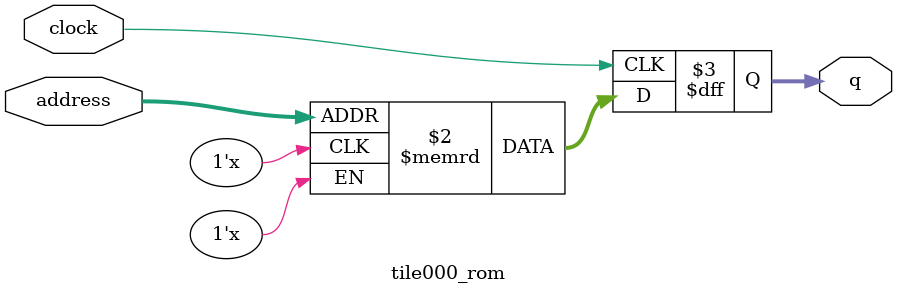
<source format=sv>
module tile000_rom (
	input logic clock,
	input logic [9:0] address,
	output logic [3:0] q
);

logic [3:0] memory [0:1023] /* synthesis ram_init_file = "./tile000/tile000.mif" */;

always_ff @ (posedge clock) begin
	q <= memory[address];
end

endmodule

</source>
